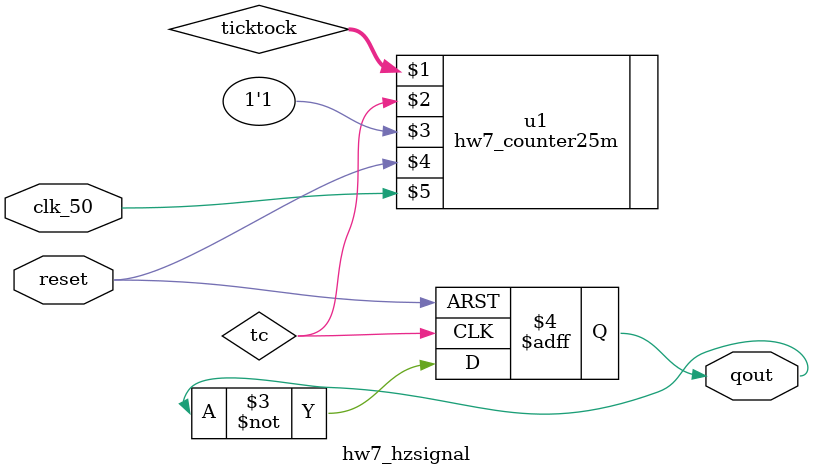
<source format=v>
module hw7_hzsignal(qout, reset, clk_50);
	output qout;
	input reset, clk_50;

	reg qout;
	wire tc;
	wire [27:0] ticktock;
	
	always @(posedge tc or negedge reset) begin
		if (~reset) qout <= 0;
		else if (tc) qout <= ~qout;
	end
	
	hw7_counter25m u1 (ticktock, tc, 1'b1, reset, clk_50);
	
endmodule
</source>
